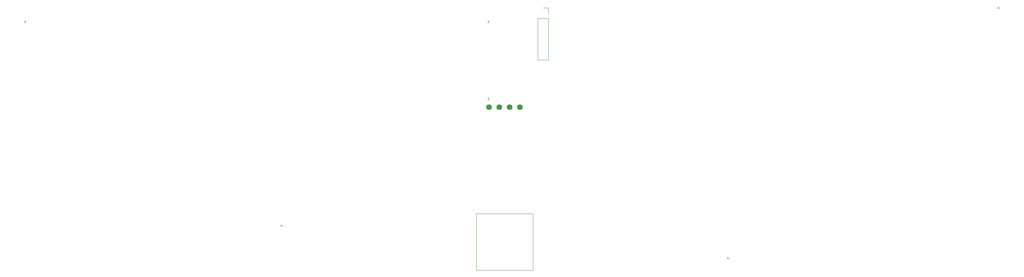
<source format=gbr>
%TF.GenerationSoftware,KiCad,Pcbnew,(6.0.7)*%
%TF.CreationDate,2023-02-03T16:15:22+01:00*%
%TF.ProjectId,alpha-curISO_rp2040,616c7068-612d-4637-9572-49534f5f7270,rev?*%
%TF.SameCoordinates,Original*%
%TF.FileFunction,Legend,Top*%
%TF.FilePolarity,Positive*%
%FSLAX46Y46*%
G04 Gerber Fmt 4.6, Leading zero omitted, Abs format (unit mm)*
G04 Created by KiCad (PCBNEW (6.0.7)) date 2023-02-03 16:15:22*
%MOMM*%
%LPD*%
G01*
G04 APERTURE LIST*
%ADD10C,0.120000*%
%ADD11C,1.397000*%
G04 APERTURE END LIST*
D10*
%TO.C,SW_rotary3*%
X143837500Y-66237500D02*
X143537500Y-66537500D01*
X143537500Y-65937500D02*
X143837500Y-66237500D01*
X143537500Y-66537500D02*
X143537500Y-65937500D01*
%TO.C,SW_rotary2*%
X269137500Y-62837500D02*
X269437500Y-62537500D01*
X269437500Y-62537500D02*
X269737500Y-62837500D01*
X269737500Y-62837500D02*
X269137500Y-62837500D01*
%TO.C,SW_rotary6*%
X202462500Y-124750000D02*
X202762500Y-124450000D01*
X203062500Y-124750000D02*
X202462500Y-124750000D01*
X202762500Y-124450000D02*
X203062500Y-124750000D01*
%TO.C,SW44(4)1*%
X140637500Y-113650000D02*
X154637500Y-113650000D01*
X154637500Y-113650000D02*
X154637500Y-127650000D01*
X140637500Y-113650000D02*
X140637500Y-127650000D01*
X154637500Y-127650000D02*
X140637500Y-127650000D01*
%TO.C,SW_rotary5*%
X92812500Y-116550000D02*
X92512500Y-116850000D01*
X92212500Y-116550000D02*
X92812500Y-116550000D01*
X92512500Y-116850000D02*
X92212500Y-116550000D01*
%TO.C,J2*%
X158492500Y-65405000D02*
X158492500Y-75625000D01*
X158492500Y-62805000D02*
X158492500Y-64135000D01*
X155832500Y-65405000D02*
X155832500Y-75625000D01*
X155832500Y-75625000D02*
X158492500Y-75625000D01*
X157162500Y-62805000D02*
X158492500Y-62805000D01*
X155832500Y-65405000D02*
X158492500Y-65405000D01*
%TO.C,SW_rotary1*%
X29237500Y-66537500D02*
X29237500Y-65937500D01*
X29237500Y-65937500D02*
X29537500Y-66237500D01*
X29537500Y-66237500D02*
X29237500Y-66537500D01*
%TO.C,SW_rotary4*%
X143537500Y-84987500D02*
X143837500Y-85287500D01*
X143837500Y-85287500D02*
X143537500Y-85587500D01*
X143537500Y-85587500D02*
X143537500Y-84987500D01*
%TD*%
D11*
%TO.C,OL1*%
X143827500Y-87312500D03*
X146367500Y-87312500D03*
X148907500Y-87312500D03*
X151447500Y-87312500D03*
%TD*%
M02*

</source>
